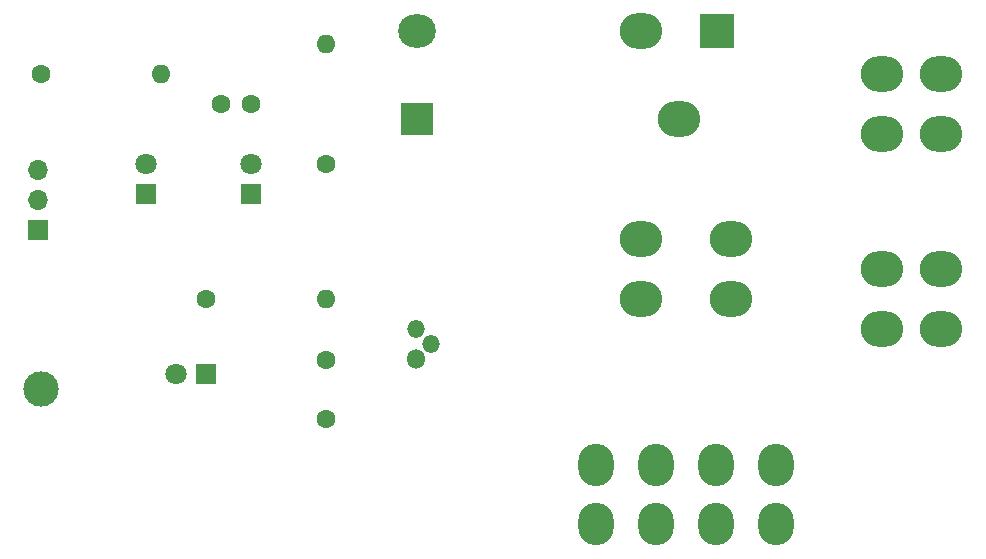
<source format=gbr>
%TF.GenerationSoftware,KiCad,Pcbnew,7.0.5-0*%
%TF.CreationDate,2024-01-28T18:46:13+01:00*%
%TF.ProjectId,controller,636f6e74-726f-46c6-9c65-722e6b696361,1.0.0*%
%TF.SameCoordinates,Original*%
%TF.FileFunction,Soldermask,Bot*%
%TF.FilePolarity,Negative*%
%FSLAX46Y46*%
G04 Gerber Fmt 4.6, Leading zero omitted, Abs format (unit mm)*
G04 Created by KiCad (PCBNEW 7.0.5-0) date 2024-01-28 18:46:13*
%MOMM*%
%LPD*%
G01*
G04 APERTURE LIST*
%ADD10R,1.800000X1.800000*%
%ADD11C,1.800000*%
%ADD12O,3.200000X2.800000*%
%ADD13R,2.800000X2.800000*%
%ADD14O,3.600000X3.000000*%
%ADD15R,3.000000X3.000000*%
%ADD16C,1.600000*%
%ADD17O,1.600000X1.600000*%
%ADD18C,3.000000*%
%ADD19O,3.000000X3.600000*%
%ADD20O,1.500000X1.700000*%
%ADD21O,1.500000X1.500000*%
%ADD22R,1.700000X1.700000*%
%ADD23O,1.700000X1.700000*%
G04 APERTURE END LIST*
D10*
%TO.C,D1*%
X133350000Y-83820000D03*
D11*
X133350000Y-81280000D03*
%TD*%
D10*
%TO.C,D3*%
X124460000Y-83820000D03*
D11*
X124460000Y-81280000D03*
%TD*%
D10*
%TO.C,D2*%
X129540000Y-99060000D03*
D11*
X127000000Y-99060000D03*
%TD*%
D12*
%TO.C,RY1*%
X147370000Y-69970000D03*
D13*
X147370000Y-77470000D03*
D14*
X169570000Y-77470000D03*
X166370000Y-69970000D03*
D15*
X172770000Y-69970000D03*
%TD*%
D16*
%TO.C,R3*%
X115570000Y-73660000D03*
D17*
X125730000Y-73660000D03*
%TD*%
D14*
%TO.C,J4*%
X191730000Y-78740000D03*
X186730000Y-78740000D03*
X191730000Y-73660000D03*
X186730000Y-73660000D03*
%TD*%
D16*
%TO.C,R2*%
X139700000Y-81280000D03*
D17*
X139700000Y-71120000D03*
%TD*%
D14*
%TO.C,CB1*%
X166370000Y-87630000D03*
X166370000Y-92710000D03*
X173990000Y-87630000D03*
X173990000Y-92710000D03*
%TD*%
D18*
%TO.C,TP1*%
X115570000Y-100330000D03*
%TD*%
D16*
%TO.C,R1*%
X129540000Y-92710000D03*
D17*
X139700000Y-92710000D03*
%TD*%
D16*
%TO.C,C3*%
X133310000Y-76200000D03*
X130810000Y-76200000D03*
%TD*%
D19*
%TO.C,J5*%
X162560000Y-111760000D03*
X162560000Y-106760000D03*
X167640000Y-111760000D03*
X167640000Y-106760000D03*
X172720000Y-111760000D03*
X172720000Y-106760000D03*
X177800000Y-111760000D03*
X177800000Y-106760000D03*
%TD*%
D16*
%TO.C,C1*%
X139700000Y-97870000D03*
X139700000Y-102870000D03*
%TD*%
D20*
%TO.C,Q1*%
X147320000Y-97790000D03*
D21*
X148590000Y-96520000D03*
X147320000Y-95250000D03*
%TD*%
D14*
%TO.C,J3*%
X191770000Y-95250000D03*
X186770000Y-95250000D03*
X191770000Y-90170000D03*
X186770000Y-90170000D03*
%TD*%
D22*
%TO.C,J2*%
X115316000Y-86868000D03*
D23*
X115316000Y-84328000D03*
X115316000Y-81788000D03*
%TD*%
M02*

</source>
